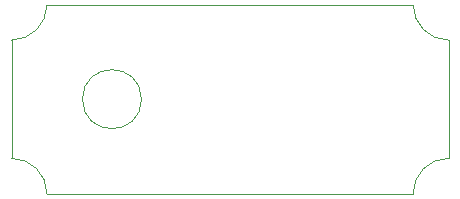
<source format=gm1>
%TF.GenerationSoftware,KiCad,Pcbnew,(6.0.0)*%
%TF.CreationDate,2025-09-03T22:59:35+02:00*%
%TF.ProjectId,Smart Servo Control Board Rev.1,536d6172-7420-4536-9572-766f20436f6e,rev?*%
%TF.SameCoordinates,Original*%
%TF.FileFunction,Profile,NP*%
%FSLAX46Y46*%
G04 Gerber Fmt 4.6, Leading zero omitted, Abs format (unit mm)*
G04 Created by KiCad (PCBNEW (6.0.0)) date 2025-09-03 22:59:35*
%MOMM*%
%LPD*%
G01*
G04 APERTURE LIST*
%TA.AperFunction,Profile*%
%ADD10C,0.100000*%
%TD*%
%TA.AperFunction,Profile*%
%ADD11C,0.120000*%
%TD*%
G04 APERTURE END LIST*
D10*
X69000000Y-29500000D02*
G75*
G03*
X72000000Y-32500000I3000001J1D01*
G01*
X38000000Y-45500000D02*
G75*
G03*
X35000000Y-42500000I-3000001J-1D01*
G01*
X35000000Y-42500000D02*
X35000000Y-32500000D01*
X38000000Y-29500000D02*
X69000000Y-29500000D01*
X72000000Y-42500000D02*
G75*
G03*
X69000000Y-45500000I1J-3000001D01*
G01*
X72000000Y-32500000D02*
X72000000Y-42500000D01*
X69000000Y-45500000D02*
X38000000Y-45500000D01*
X35000000Y-32500000D02*
G75*
G03*
X38000000Y-29500000I-1J3000001D01*
G01*
D11*
%TO.C,J2*%
X46000000Y-37500000D02*
G75*
G03*
X46000000Y-37500000I-2500000J0D01*
G01*
%TD*%
M02*

</source>
